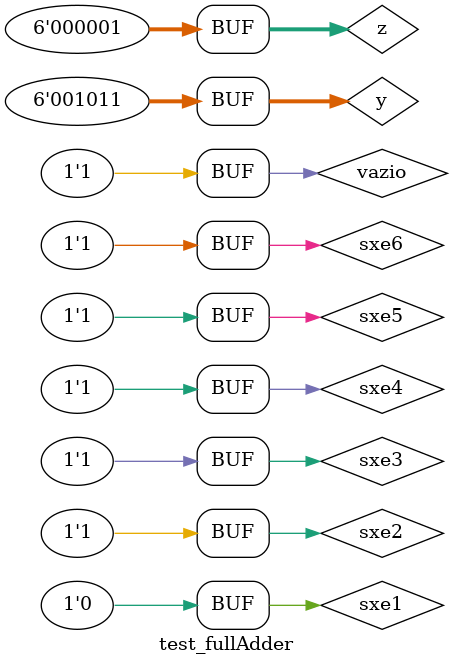
<source format=v>
		module halfAdder (output s0, 
								output s1,
		                  input w,  
		                  input x); 
		
		xor (s0, w, x);
		and (s1, w, x);
		 
		endmodule // halfAdder 

		module fullAdder (output s0, 
								output s1,
		                  input w,  
		                  input x,  
		                  input ci);
			wire sxor,sand1,sand2;				
						 
			halfAdder ha1(sxor,sand1,w,x);
			halfAdder ha2(s0,sand2,ci,sxor);
			or (s1, sand1, sand2);

		endmodule // fullAdder 
		
	module test_fullAdder; 
// ------------------------- definir dados 
		reg [5:0] y; 
		reg [5:0] z; 
		reg vazio;
		wire carry1; 
		wire carry2; 
		wire carry3; 
		wire carry4; 
		wire carry5; 
		wire sxe1; 
		wire sxe2; 
		wire sxe3; 
		wire sxe4; 
		wire sxe5; 
		wire sxe6; 
		wire [5:0] s0f;
		wire s1r;
		wire s1f;
		
		xor (sxe1, vazio, z[0]);
		xor (sxe2, vazio, z[1]);
		xor (sxe3, vazio, z[2]);
		xor (sxe4, vazio, z[3]);
		xor (sxe5, vazio, z[4]);
		xor (sxe6, vazio, z[5]);
		
		fullAdder fa1 (s0f[0], carry1, y[0], sxe1, vazio);
		fullAdder fa2 (s0f[1], carry2, y[1], sxe2, carry1);
		fullAdder fa3 (s0f[2], carry3, y[2], sxe3, carry2);
		fullAdder fa4 (s0f[3], carry4, y[3], sxe4, carry3);
		fullAdder fa5 (s0f[4], carry5, y[4], sxe5, carry4);
		fullAdder fa6 (s0f[5], s1r, y[5], sxe6, carry5);
		
		xor (s1f, s1r, vazio);
		
// ------------------------- parte principal 
	initial begin 
		$display("Exemplo0031 - Pedro Henrique Vilar Locatelli - 427453"); 
		$display("Test ALU's full adder"); 
		
		// projetar testes do somador complete
		
		#1 y = 5'b00001; z = 5'b00001; vazio = 1'b0;
		
		$monitor("%b op %b com chave %b (0-soma e 1-subtrai) = %b%b", y, z, vazio, s1f, s0f ); 
		
		#2 y = 5'b00101; z = 5'b00101; vazio = 1'b0;
		#2 y = 5'b00101; z = 5'b00101; vazio = 1'b1;
		#2 y = 5'b00001; z = 5'b00001; vazio = 1'b1;
		#2 y = 5'b00101; z = 5'b00001; vazio = 1'b1;
		#2 y = 5'b00101; z = 5'b00001; vazio = 1'b0;
		#2 y = 5'b01011; z = 5'b00001; vazio = 1'b1;
		
	end 
endmodule // test_fullAdder 
</source>
